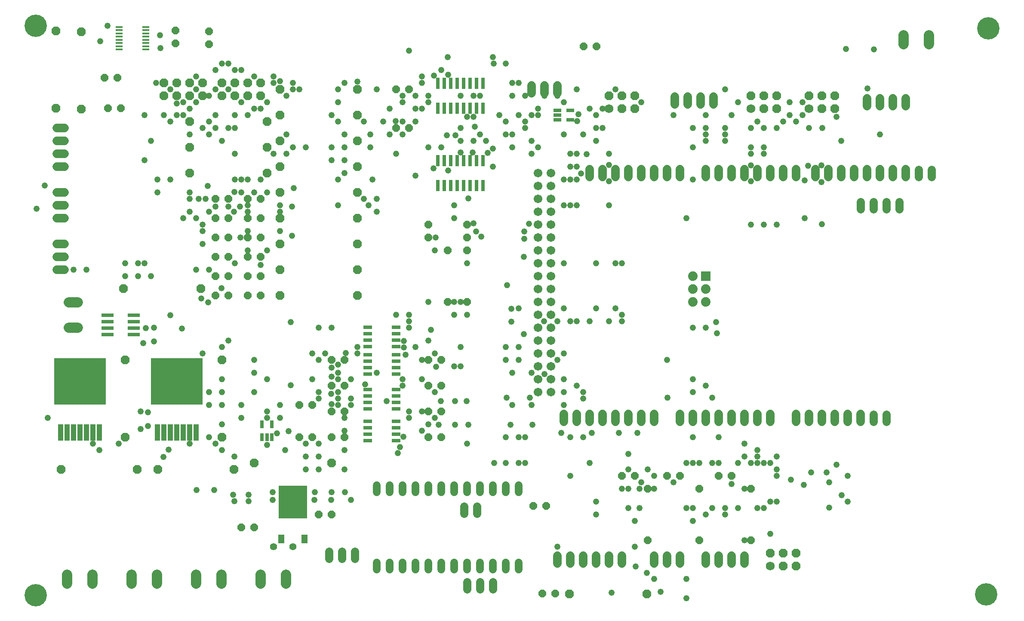
<source format=gbr>
G04 EAGLE Gerber RS-274X export*
G75*
%MOMM*%
%FSLAX34Y34*%
%LPD*%
%INSoldermask Top*%
%IPPOS*%
%AMOC8*
5,1,8,0,0,1.08239X$1,22.5*%
G01*
%ADD10C,4.403200*%
%ADD11C,1.711200*%
%ADD12C,1.711200*%
%ADD13C,1.625600*%
%ADD14C,1.879600*%
%ADD15R,1.879600X1.879600*%
%ADD16C,1.727200*%
%ADD17P,1.869504X8X22.500000*%
%ADD18C,1.727200*%
%ADD19C,1.993900*%
%ADD20P,1.649562X8X22.500000*%
%ADD21P,1.649562X8X292.500000*%
%ADD22R,0.711200X2.184400*%
%ADD23R,1.003200X3.203200*%
%ADD24R,10.203200X9.203200*%
%ADD25P,1.869504X8X202.500000*%
%ADD26R,1.524000X0.762000*%
%ADD27P,1.869504X8X112.500000*%
%ADD28R,0.762000X1.524000*%
%ADD29P,1.649562X8X202.500000*%
%ADD30P,1.649562X8X112.500000*%
%ADD31R,1.727200X0.711200*%
%ADD32R,5.603200X6.403200*%
%ADD33R,1.203200X1.803200*%
%ADD34C,1.524000*%
%ADD35R,1.346200X0.431800*%
%ADD36R,1.168400X0.330200*%
%ADD37P,1.869504X8X292.500000*%
%ADD38R,2.403200X0.803200*%
%ADD39C,1.209600*%
%ADD40C,1.409600*%


D10*
X78000Y-57000D03*
X78000Y1065000D03*
X1954000Y1060000D03*
X1949000Y-56000D03*
D11*
X1701800Y284560D02*
X1701800Y299640D01*
X1676400Y299640D02*
X1676400Y284560D01*
X1651000Y284560D02*
X1651000Y299640D01*
X1625600Y299640D02*
X1625600Y284560D01*
X1600200Y284560D02*
X1600200Y299640D01*
X1574800Y299640D02*
X1574800Y284560D01*
X1574800Y767160D02*
X1574800Y782240D01*
X1549400Y782240D02*
X1549400Y767160D01*
X1524000Y767160D02*
X1524000Y782240D01*
X1498600Y782240D02*
X1498600Y767160D01*
X1473200Y767160D02*
X1473200Y782240D01*
X1447800Y782240D02*
X1447800Y767160D01*
X1422400Y767160D02*
X1422400Y782240D01*
X1397000Y782240D02*
X1397000Y767160D01*
X1346200Y767160D02*
X1346200Y782240D01*
X1320800Y782240D02*
X1320800Y767160D01*
X1270000Y767160D02*
X1270000Y782240D01*
X1244600Y782240D02*
X1244600Y767160D01*
X1219200Y767160D02*
X1219200Y782240D01*
X1193800Y782240D02*
X1193800Y767160D01*
X1168400Y767160D02*
X1168400Y782240D01*
X1790700Y782240D02*
X1790700Y767160D01*
X1765300Y767160D02*
X1765300Y782240D01*
X1739900Y782240D02*
X1739900Y767160D01*
X1714500Y767160D02*
X1714500Y782240D01*
X1689100Y782240D02*
X1689100Y767160D01*
X1663700Y767160D02*
X1663700Y782240D01*
X1638300Y782240D02*
X1638300Y767160D01*
X1612900Y767160D02*
X1612900Y782240D01*
D12*
X1066800Y342900D03*
X1092200Y342900D03*
X1092200Y368300D03*
X1066800Y368300D03*
X1066800Y393700D03*
X1092200Y393700D03*
X1092200Y419100D03*
X1066800Y419100D03*
X1066800Y444500D03*
X1092200Y444500D03*
X1066800Y469900D03*
X1092200Y469900D03*
X1092200Y495300D03*
X1066800Y495300D03*
X1066800Y520700D03*
X1092200Y520700D03*
X1092200Y546100D03*
X1066800Y546100D03*
X1092200Y571500D03*
X1066800Y571500D03*
X1066800Y596900D03*
X1092200Y596900D03*
X1092200Y622300D03*
X1066800Y622300D03*
X1066800Y647700D03*
X1092200Y647700D03*
X1066800Y673100D03*
X1092200Y673100D03*
X1092200Y698500D03*
X1066800Y698500D03*
X1066800Y723900D03*
X1092200Y723900D03*
X1092200Y749300D03*
X1066800Y749300D03*
X1092200Y774700D03*
X1066800Y774700D03*
D11*
X1295400Y767160D02*
X1295400Y782240D01*
X1295400Y299640D02*
X1295400Y284560D01*
X1270000Y284560D02*
X1270000Y299640D01*
X1219200Y299640D02*
X1219200Y284560D01*
X1193800Y284560D02*
X1193800Y299640D01*
X1168400Y299640D02*
X1168400Y284560D01*
X1143000Y284560D02*
X1143000Y299640D01*
X1117600Y299640D02*
X1117600Y284560D01*
X1244600Y284560D02*
X1244600Y299640D01*
X1524000Y299640D02*
X1524000Y284560D01*
X1498600Y284560D02*
X1498600Y299640D01*
X1447800Y299640D02*
X1447800Y284560D01*
X1422400Y284560D02*
X1422400Y299640D01*
X1397000Y299640D02*
X1397000Y284560D01*
X1371600Y284560D02*
X1371600Y299640D01*
X1346200Y299640D02*
X1346200Y284560D01*
X1473200Y284560D02*
X1473200Y299640D01*
D13*
X1701800Y704088D02*
X1701800Y718312D01*
X1727200Y718312D02*
X1727200Y704088D01*
X1752600Y704088D02*
X1752600Y718312D01*
X1778000Y718312D02*
X1778000Y704088D01*
X1727200Y299212D02*
X1727200Y284988D01*
X1752600Y284988D02*
X1752600Y299212D01*
X1816100Y767588D02*
X1816100Y781812D01*
X1841500Y781812D02*
X1841500Y767588D01*
D14*
X1371600Y571500D03*
X1371600Y546100D03*
X1371600Y520700D03*
X1397000Y520700D03*
X1397000Y546100D03*
D15*
X1397000Y571500D03*
D11*
X1790700Y767160D02*
X1790700Y782240D01*
D16*
X1600200Y901700D03*
D17*
X1625600Y901700D03*
X1651000Y901700D03*
X1600200Y927100D03*
X1625600Y927100D03*
X1651000Y927100D03*
D16*
X1485900Y901700D03*
D17*
X1511300Y901700D03*
X1536700Y901700D03*
X1485900Y927100D03*
X1511300Y927100D03*
X1536700Y927100D03*
D18*
X134620Y584200D02*
X119380Y584200D01*
X119380Y609600D02*
X134620Y609600D01*
X134620Y635000D02*
X119380Y635000D01*
X119380Y685800D02*
X134620Y685800D01*
X134620Y711200D02*
X119380Y711200D01*
X119380Y736600D02*
X134620Y736600D01*
D19*
X394100Y-16447D02*
X394100Y-34354D01*
X444100Y-34354D02*
X444100Y-16447D01*
X521100Y-16447D02*
X521100Y-34354D01*
X571100Y-34354D02*
X571100Y-16447D01*
D20*
X1231900Y177800D03*
X1257300Y177800D03*
X1320800Y177800D03*
X1346200Y177800D03*
X1422400Y177800D03*
X1447800Y177800D03*
D21*
X1282700Y152400D03*
X1282700Y50800D03*
X1384300Y152400D03*
X1384300Y50800D03*
X1485900Y152400D03*
X1485900Y50800D03*
D17*
X444500Y927100D03*
X469900Y927100D03*
X495300Y927100D03*
X520700Y927100D03*
X444500Y952500D03*
X469900Y952500D03*
X495300Y952500D03*
X520700Y952500D03*
X330200Y927100D03*
X355600Y927100D03*
X381000Y927100D03*
X406400Y927100D03*
X330200Y952500D03*
X355600Y952500D03*
X381000Y952500D03*
X406400Y952500D03*
D19*
X161354Y520300D02*
X143447Y520300D01*
X143447Y470300D02*
X161354Y470300D01*
D18*
X1295400Y20320D02*
X1295400Y5080D01*
X1320800Y5080D02*
X1320800Y20320D01*
X1346200Y20320D02*
X1346200Y5080D01*
D22*
X958850Y951738D03*
X946150Y951738D03*
X933450Y951738D03*
X920750Y951738D03*
X908050Y951738D03*
X895350Y951738D03*
X882650Y951738D03*
X869950Y951738D03*
X869950Y902462D03*
X882650Y902462D03*
X895350Y902462D03*
X908050Y902462D03*
X920750Y902462D03*
X933450Y902462D03*
X946150Y902462D03*
X958850Y902462D03*
X958850Y799338D03*
X946150Y799338D03*
X933450Y799338D03*
X920750Y799338D03*
X908050Y799338D03*
X895350Y799338D03*
X882650Y799338D03*
X869950Y799338D03*
X869950Y750062D03*
X882650Y750062D03*
X895350Y750062D03*
X908050Y750062D03*
X920750Y750062D03*
X933450Y750062D03*
X946150Y750062D03*
X958850Y750062D03*
D23*
X317500Y263525D03*
X330200Y263525D03*
X342900Y263525D03*
X355600Y263525D03*
X368300Y263525D03*
X381000Y263525D03*
X393700Y263525D03*
D24*
X355600Y364550D03*
D23*
X127000Y263525D03*
X139700Y263525D03*
X152400Y263525D03*
X165100Y263525D03*
X177800Y263525D03*
X190500Y263525D03*
X203200Y263525D03*
D24*
X165100Y364550D03*
D17*
X558800Y736600D03*
X711200Y736600D03*
X558800Y787400D03*
X711200Y787400D03*
X558800Y685800D03*
X711200Y685800D03*
X558800Y838200D03*
X711200Y838200D03*
X558800Y889000D03*
X711200Y889000D03*
X558800Y939800D03*
X711200Y939800D03*
D25*
X711200Y635000D03*
X558800Y635000D03*
X711200Y584200D03*
X558800Y584200D03*
X533400Y774700D03*
X381000Y774700D03*
X711200Y533400D03*
X558800Y533400D03*
X533400Y876300D03*
X381000Y876300D03*
X533400Y825500D03*
X381000Y825500D03*
D20*
X495300Y723900D03*
X520700Y723900D03*
X431800Y723900D03*
X457200Y723900D03*
X495300Y685800D03*
X520700Y685800D03*
X431800Y685800D03*
X457200Y685800D03*
X495300Y647700D03*
X520700Y647700D03*
X431800Y647700D03*
X457200Y647700D03*
X495300Y609600D03*
X520700Y609600D03*
X431800Y609600D03*
X457200Y609600D03*
X431800Y571500D03*
X457200Y571500D03*
X495300Y571500D03*
X520700Y571500D03*
X431800Y533400D03*
X457200Y533400D03*
X495300Y533400D03*
X520700Y533400D03*
D16*
X1206500Y901700D03*
D17*
X1231900Y901700D03*
X1257300Y901700D03*
X1206500Y927100D03*
X1231900Y927100D03*
X1257300Y927100D03*
D26*
X1104900Y898398D03*
X1104900Y889000D03*
X1104900Y879602D03*
X1130300Y879602D03*
X1130300Y898398D03*
D18*
X1054100Y932180D02*
X1054100Y947420D01*
X1079500Y947420D02*
X1079500Y932180D01*
X1104900Y932180D02*
X1104900Y947420D01*
D27*
X444500Y254000D03*
X444500Y406400D03*
X254000Y254000D03*
X254000Y406400D03*
D28*
X524002Y254000D03*
X533400Y254000D03*
X542798Y254000D03*
X542798Y279400D03*
X524002Y279400D03*
D20*
X596900Y254000D03*
X622300Y254000D03*
D29*
X685800Y355600D03*
X660400Y355600D03*
D20*
X850900Y406400D03*
X876300Y406400D03*
X850900Y355600D03*
X876300Y355600D03*
D29*
X685800Y406400D03*
X660400Y406400D03*
D20*
X596900Y317500D03*
X622300Y317500D03*
D18*
X134620Y787400D02*
X119380Y787400D01*
X119380Y812800D02*
X134620Y812800D01*
X134620Y838200D02*
X119380Y838200D01*
X119380Y863600D02*
X134620Y863600D01*
D17*
X508000Y203200D03*
X660400Y203200D03*
D16*
X1524000Y0D03*
D17*
X1549400Y0D03*
X1574800Y0D03*
X1524000Y25400D03*
X1549400Y25400D03*
X1574800Y25400D03*
D19*
X267100Y-16447D02*
X267100Y-34354D01*
X317100Y-34354D02*
X317100Y-16447D01*
X140100Y-16447D02*
X140100Y-34354D01*
X190100Y-34354D02*
X190100Y-16447D01*
D18*
X1104900Y5080D02*
X1104900Y20320D01*
X1130300Y20320D02*
X1130300Y5080D01*
X1155700Y5080D02*
X1155700Y20320D01*
X1181100Y20320D02*
X1181100Y5080D01*
X1206500Y5080D02*
X1206500Y20320D01*
X1231900Y20320D02*
X1231900Y5080D01*
D30*
X850900Y647700D03*
X850900Y673100D03*
X889000Y520700D03*
X889000Y622300D03*
X927100Y647700D03*
X927100Y673100D03*
X927100Y520700D03*
X927100Y622300D03*
D20*
X787400Y863600D03*
X812800Y863600D03*
X787400Y939800D03*
X812800Y939800D03*
D18*
X1714500Y922020D02*
X1714500Y906780D01*
X1739900Y906780D02*
X1739900Y922020D01*
X1765300Y922020D02*
X1765300Y906780D01*
X1790700Y906780D02*
X1790700Y922020D01*
X1397000Y20320D02*
X1397000Y5080D01*
X1422400Y5080D02*
X1422400Y20320D01*
X1447800Y20320D02*
X1447800Y5080D01*
X1473200Y5080D02*
X1473200Y20320D01*
D25*
X468630Y190500D03*
X318770Y190500D03*
X278130Y190500D03*
X128270Y190500D03*
D18*
X1412240Y910590D02*
X1412240Y925830D01*
X1386840Y925830D02*
X1386840Y910590D01*
X1361440Y910590D02*
X1361440Y925830D01*
X1336040Y925830D02*
X1336040Y910590D01*
D20*
X850900Y254000D03*
X876300Y254000D03*
X850900Y304800D03*
X876300Y304800D03*
D29*
X685800Y304800D03*
X660400Y304800D03*
X685800Y254000D03*
X660400Y254000D03*
D31*
X787400Y309880D03*
X787400Y322580D03*
X787400Y335280D03*
X787400Y347980D03*
X731520Y309880D03*
X731520Y322580D03*
X731520Y335280D03*
X731520Y347980D03*
X787400Y433070D03*
X787400Y445770D03*
X787400Y458470D03*
X787400Y471170D03*
X731520Y433070D03*
X731520Y445770D03*
X731520Y458470D03*
X731520Y471170D03*
X787400Y378460D03*
X787400Y391160D03*
X787400Y403860D03*
X787400Y416560D03*
X731520Y378460D03*
X731520Y391160D03*
X731520Y403860D03*
X731520Y416560D03*
X787400Y247650D03*
X787400Y260350D03*
X787400Y273050D03*
X787400Y285750D03*
X731520Y247650D03*
X731520Y260350D03*
X731520Y273050D03*
X731520Y285750D03*
D32*
X584200Y126600D03*
D33*
X561400Y53600D03*
X607000Y53600D03*
D13*
X977900Y-30988D02*
X977900Y-45212D01*
X952500Y-45212D02*
X952500Y-30988D01*
X927100Y-30988D02*
X927100Y-45212D01*
X706500Y14788D02*
X706500Y29012D01*
X681100Y29012D02*
X681100Y14788D01*
X655700Y14788D02*
X655700Y29012D01*
D20*
X482600Y76200D03*
X508000Y76200D03*
D13*
X946900Y103688D02*
X946900Y117912D01*
X921500Y117912D02*
X921500Y103688D01*
D29*
X660400Y101600D03*
X635000Y101600D03*
D34*
X749300Y6604D02*
X749300Y-6604D01*
X774700Y-6604D02*
X774700Y6604D01*
X800100Y6604D02*
X800100Y-6604D01*
X825500Y-6604D02*
X825500Y6604D01*
X850900Y6604D02*
X850900Y-6604D01*
X876300Y-6604D02*
X876300Y6604D01*
X901700Y6604D02*
X901700Y-6604D01*
X927100Y-6604D02*
X927100Y6604D01*
X952500Y6604D02*
X952500Y-6604D01*
X977900Y-6604D02*
X977900Y6604D01*
X1003300Y6604D02*
X1003300Y-6604D01*
X1028700Y-6604D02*
X1028700Y6604D01*
X1028700Y145796D02*
X1028700Y159004D01*
X1003300Y159004D02*
X1003300Y145796D01*
X977900Y145796D02*
X977900Y159004D01*
X952500Y159004D02*
X952500Y145796D01*
X927100Y145796D02*
X927100Y159004D01*
X901700Y159004D02*
X901700Y145796D01*
X876300Y145796D02*
X876300Y159004D01*
X850900Y159004D02*
X850900Y145796D01*
X825500Y145796D02*
X825500Y159004D01*
X800100Y159004D02*
X800100Y145796D01*
X774700Y145796D02*
X774700Y159004D01*
X749300Y159004D02*
X749300Y145796D01*
D35*
X294935Y1018475D03*
D36*
X294808Y1018475D03*
D35*
X294935Y1024825D03*
D36*
X294808Y1024825D03*
D35*
X294935Y1031175D03*
D36*
X294808Y1031175D03*
D35*
X294935Y1037525D03*
D36*
X294808Y1037525D03*
D35*
X294935Y1043875D03*
D36*
X294808Y1043875D03*
D35*
X294935Y1050225D03*
D36*
X294808Y1050225D03*
D35*
X294935Y1056575D03*
D36*
X294808Y1056575D03*
D35*
X294935Y1062925D03*
D36*
X294808Y1062925D03*
D35*
X242865Y1062925D03*
D36*
X242992Y1062925D03*
D35*
X242865Y1056575D03*
D36*
X242992Y1056575D03*
D35*
X242865Y1050225D03*
D36*
X242992Y1050225D03*
D35*
X242865Y1043875D03*
D36*
X242992Y1043875D03*
D35*
X242865Y1037525D03*
D36*
X242992Y1037525D03*
D35*
X242865Y1031175D03*
D36*
X242992Y1031175D03*
D35*
X242865Y1024825D03*
D36*
X242992Y1024825D03*
D35*
X242865Y1018475D03*
D36*
X242992Y1018475D03*
D30*
X353600Y1030300D03*
X353600Y1055700D03*
X419300Y1029200D03*
X419300Y1054600D03*
D20*
X213800Y963000D03*
X239200Y963000D03*
X220100Y903000D03*
X245500Y903000D03*
D27*
X118000Y902500D03*
X118000Y1054900D03*
D37*
X167700Y1053300D03*
X167700Y900900D03*
D38*
X219500Y481650D03*
X271500Y481650D03*
X219500Y494350D03*
X219500Y468950D03*
X219500Y456250D03*
X271500Y494350D03*
X271500Y468950D03*
X271500Y456250D03*
D29*
X1083500Y118500D03*
X1058100Y118500D03*
D17*
X251200Y547000D03*
X403600Y547000D03*
D19*
X1837000Y1028747D02*
X1837000Y1046654D01*
X1787000Y1046654D02*
X1787000Y1028747D01*
D25*
X1281200Y-55000D03*
X1128800Y-55000D03*
D29*
X1100700Y-54000D03*
X1075300Y-54000D03*
D20*
X1157300Y1025000D03*
X1182700Y1025000D03*
D39*
X1536700Y673100D03*
X1536700Y863600D03*
X1587500Y889000D03*
X1562100Y889000D03*
X1511300Y863600D03*
X1511300Y825500D03*
X1511300Y812800D03*
X1511300Y673100D03*
X1587500Y914400D03*
X1562100Y914400D03*
X1485900Y863600D03*
X1485900Y825500D03*
X1485900Y812800D03*
X1485900Y790400D03*
X1485900Y759000D03*
X1485900Y673100D03*
X1549400Y876300D03*
X1498600Y876300D03*
X1574800Y876300D03*
X862600Y967200D03*
X838200Y952500D03*
X861600Y784400D03*
X800100Y850900D03*
X787400Y495300D03*
X812800Y495300D03*
X863600Y622300D03*
X865600Y647700D03*
X806600Y416600D03*
X863600Y419100D03*
X800100Y355600D03*
X863600Y342900D03*
X812800Y292100D03*
X863600Y292100D03*
X1147000Y890500D03*
X1168400Y901700D03*
X1270000Y914400D03*
X1333500Y889000D03*
X1397000Y889000D03*
X1447800Y889000D03*
X1460500Y914400D03*
X342900Y939800D03*
X393700Y939800D03*
X940000Y886000D03*
X905000Y849000D03*
X888000Y849000D03*
X890000Y780000D03*
X940000Y676000D03*
X930000Y725000D03*
X366000Y468000D03*
X418000Y520000D03*
X1676400Y177800D03*
X1676400Y127000D03*
X1358900Y-63500D03*
X1358900Y-25400D03*
X1219400Y939800D03*
X1435100Y939800D03*
X901700Y711200D03*
X901700Y685800D03*
X850900Y520700D03*
X856400Y465900D03*
X825500Y431800D03*
X803100Y431300D03*
X838200Y406400D03*
X838200Y368300D03*
X850900Y279400D03*
X812800Y304800D03*
X838200Y304800D03*
X850900Y927100D03*
X952500Y927100D03*
X1028700Y952500D03*
X1143000Y939800D03*
X978400Y823000D03*
X1041400Y876300D03*
X1028700Y889000D03*
X1016000Y927100D03*
X800100Y368300D03*
X1257300Y38100D03*
X1104900Y38100D03*
X980600Y203200D03*
X927100Y241300D03*
X323000Y1047000D03*
X324000Y1021000D03*
X812800Y1016000D03*
X1728000Y1019000D03*
X1716000Y942000D03*
X343000Y495000D03*
X404000Y528000D03*
X586000Y745000D03*
X583000Y709000D03*
X583000Y651000D03*
X444000Y548000D03*
X795000Y235000D03*
X1117600Y342900D03*
X1155700Y342900D03*
X1219200Y508000D03*
X1219200Y596900D03*
X1358900Y685800D03*
X1371600Y762000D03*
X1371600Y825500D03*
X1371600Y863600D03*
X1397000Y863600D03*
X1435100Y863600D03*
X1231900Y495300D03*
X1231900Y596900D03*
X1592500Y685800D03*
X1592500Y760500D03*
X1598700Y789400D03*
X1600200Y863600D03*
X1231900Y152400D03*
X1257300Y88900D03*
X1371600Y88900D03*
X1333500Y165100D03*
X1447800Y161600D03*
X1473200Y50800D03*
X1295400Y177800D03*
X1295400Y152400D03*
X979900Y990600D03*
X964900Y838200D03*
X1371600Y342900D03*
X1320800Y406400D03*
X1231900Y482600D03*
X1206500Y482600D03*
X1168400Y482600D03*
X1143000Y482600D03*
X1130300Y482600D03*
X1104900Y482600D03*
X1079300Y482600D03*
X1028700Y508000D03*
X1244600Y221400D03*
X1244600Y190500D03*
X1244600Y152400D03*
X1244600Y114300D03*
X1259000Y-1000D03*
X1212000Y-52000D03*
X609600Y190500D03*
X609600Y215900D03*
X726400Y358100D03*
X673100Y342900D03*
X711200Y419100D03*
X688300Y420100D03*
X660400Y469900D03*
X647700Y419100D03*
X533400Y239300D03*
X569300Y229100D03*
X533400Y292100D03*
X558800Y292100D03*
X220000Y1065000D03*
X205000Y1035000D03*
X952500Y850900D03*
X942800Y866600D03*
X914400Y838200D03*
X914400Y815300D03*
X927100Y885500D03*
X914400Y863600D03*
X609600Y825500D03*
X584200Y825500D03*
X546100Y812800D03*
X469900Y812800D03*
X469900Y762000D03*
X431800Y939800D03*
X431800Y889000D03*
X469900Y889000D03*
X469900Y863600D03*
X469000Y738000D03*
X393700Y965200D03*
X315500Y952500D03*
X368300Y685800D03*
X393700Y685800D03*
X495300Y660400D03*
X558800Y660400D03*
X685800Y774700D03*
X685800Y800100D03*
X685800Y825500D03*
X685800Y850900D03*
X736600Y850900D03*
X736600Y825500D03*
X850900Y825500D03*
X876300Y825500D03*
X317500Y762000D03*
X342900Y762000D03*
X990600Y889000D03*
X1003300Y990600D03*
X939800Y838200D03*
X938300Y815800D03*
X945000Y660000D03*
X1040000Y660000D03*
X955000Y650000D03*
X1040000Y645000D03*
X1016000Y952500D03*
X977900Y1003300D03*
X546100Y952500D03*
X520700Y762000D03*
X533400Y736600D03*
X495300Y622300D03*
X533400Y622300D03*
X939800Y927100D03*
X914400Y927100D03*
X508000Y901700D03*
X495300Y889000D03*
X495300Y762000D03*
X508000Y736600D03*
X890000Y968700D03*
X889000Y1003300D03*
X481100Y647700D03*
X480600Y709200D03*
X457200Y709200D03*
X432300Y708700D03*
X412600Y724400D03*
X417100Y749800D03*
X304800Y838200D03*
X876300Y977900D03*
X838200Y965200D03*
X546100Y965200D03*
X508000Y965200D03*
X342900Y876300D03*
X419100Y850900D03*
X482600Y914400D03*
X457200Y939800D03*
X457200Y863600D03*
X398900Y723900D03*
X406400Y673100D03*
X406400Y660400D03*
X406400Y635000D03*
X482600Y977900D03*
X571500Y927100D03*
X800100Y914400D03*
X825500Y901700D03*
X838200Y901700D03*
X850900Y914400D03*
X520700Y593900D03*
X469900Y596900D03*
X393700Y914400D03*
X381000Y901700D03*
X292100Y800100D03*
X685800Y952500D03*
X800100Y927100D03*
X825500Y927100D03*
X584200Y939800D03*
X533400Y914400D03*
X520700Y901700D03*
X444500Y838200D03*
X431800Y863600D03*
X406400Y863600D03*
X381000Y850900D03*
X330200Y889000D03*
X381000Y736600D03*
X317500Y736600D03*
X393700Y584200D03*
X419100Y584200D03*
X292100Y889000D03*
X482600Y736600D03*
X482600Y762000D03*
X419100Y876300D03*
X419100Y927100D03*
X825500Y769700D03*
X740900Y762000D03*
X673100Y762000D03*
X558800Y711200D03*
X495300Y711200D03*
X968000Y815000D03*
X825500Y876300D03*
X800100Y876300D03*
X786900Y877300D03*
X762000Y876300D03*
X723900Y876300D03*
X673100Y876300D03*
X571500Y850900D03*
X571500Y812800D03*
X431800Y977900D03*
X444500Y990600D03*
X368300Y914400D03*
X368300Y889000D03*
X381000Y723900D03*
X381000Y698500D03*
X457200Y990600D03*
X711200Y955500D03*
X749300Y939800D03*
X774700Y901700D03*
X774700Y850900D03*
X787400Y812800D03*
X355600Y912400D03*
X355600Y889000D03*
X419300Y698500D03*
X468200Y698500D03*
X558800Y698500D03*
X495300Y698500D03*
X673100Y711200D03*
X733900Y711200D03*
X1143000Y787400D03*
X1143000Y812800D03*
X1193800Y863600D03*
X1193800Y901700D03*
X1130300Y762000D03*
X1130300Y711200D03*
X1016000Y825500D03*
X1054100Y838200D03*
X1117600Y850900D03*
X1155700Y850900D03*
X1181100Y863600D03*
X1181100Y889000D03*
X1371600Y368300D03*
X1397000Y355600D03*
X1409700Y203200D03*
X1409700Y114300D03*
X1371600Y254000D03*
X1422400Y254000D03*
X1422400Y203200D03*
X1435100Y114300D03*
X1358900Y203200D03*
X1358900Y114300D03*
X1282700Y190500D03*
X1270000Y165100D03*
X1267000Y152400D03*
X1267000Y114300D03*
X1016000Y850900D03*
X1041400Y863600D03*
X1117600Y914400D03*
X1104900Y927100D03*
X1117600Y508000D03*
X1117600Y596900D03*
X1143000Y711200D03*
X1143000Y762000D03*
X1151700Y774400D03*
X1163200Y811800D03*
X1181100Y838200D03*
X1144000Y877300D03*
X1003300Y850900D03*
X1003300Y876300D03*
X1066800Y901700D03*
X1079500Y927100D03*
X977900Y787400D03*
X1054100Y812800D03*
X1066800Y825500D03*
X1066800Y889000D03*
X1054100Y889000D03*
X1041400Y927100D03*
X190500Y241300D03*
X241300Y241300D03*
X381000Y241300D03*
X431800Y241300D03*
X279400Y596900D03*
X279400Y571500D03*
X444500Y368300D03*
X533400Y368300D03*
X622300Y368300D03*
X660400Y373300D03*
X673100Y368300D03*
X698500Y368300D03*
X698500Y330200D03*
X673100Y330200D03*
X659900Y339900D03*
X635000Y342900D03*
X508000Y406400D03*
X457200Y444500D03*
X177800Y584200D03*
X152400Y584200D03*
X96000Y750000D03*
X80000Y705000D03*
X838200Y266700D03*
X1605000Y185000D03*
X1635000Y185000D03*
X802000Y255000D03*
X553100Y261700D03*
X576000Y266200D03*
X609600Y241300D03*
X635000Y241300D03*
X635000Y215900D03*
X635000Y190500D03*
X635000Y406400D03*
X635000Y469900D03*
X508000Y381000D03*
X444500Y431800D03*
X304800Y571500D03*
X292100Y596900D03*
X254000Y596900D03*
X254000Y571500D03*
X406400Y419100D03*
X419100Y342900D03*
X444500Y342900D03*
X508000Y342900D03*
X1565000Y170000D03*
X1640000Y165000D03*
X1536700Y215900D03*
X1536700Y190500D03*
X1536700Y177800D03*
X1536700Y127000D03*
X1524000Y203200D03*
X1524000Y127000D03*
X1473200Y241300D03*
X1498600Y228600D03*
X1511300Y203200D03*
X1511300Y114300D03*
X1524000Y63500D03*
X1371600Y203200D03*
X1371600Y114300D03*
X1397000Y101600D03*
X1435100Y101600D03*
X1473200Y215900D03*
X1498600Y215900D03*
X1498600Y203200D03*
X1498600Y114300D03*
X1460500Y203200D03*
X1460500Y114300D03*
X1028700Y431800D03*
X1028700Y406400D03*
X1028700Y254000D03*
X1028700Y203200D03*
X1130300Y254000D03*
X1130300Y177800D03*
X1041400Y254000D03*
X1041400Y203200D03*
X1117600Y368300D03*
X1143000Y355600D03*
X1155700Y254000D03*
X1168400Y203200D03*
X1181100Y127000D03*
X1181100Y101600D03*
X1054100Y381000D03*
X1016000Y381000D03*
X1003300Y406400D03*
X1003300Y431800D03*
X901700Y495300D03*
X901700Y520700D03*
X1371600Y469900D03*
X1397000Y469900D03*
X1485900Y203200D03*
X1473200Y152400D03*
X1384300Y203200D03*
X1397000Y838200D03*
X1435100Y838200D03*
X1663700Y838200D03*
X1739900Y850900D03*
X1397000Y850900D03*
X1435100Y850900D03*
X1155700Y330200D03*
X1117600Y317500D03*
X1054100Y317500D03*
X1016000Y317500D03*
X901700Y393700D03*
X866800Y393200D03*
X927100Y596900D03*
X812800Y469900D03*
X803100Y444000D03*
X1039600Y609600D03*
X1117600Y711200D03*
X1117600Y762000D03*
X1130300Y787400D03*
X1130300Y812800D03*
X927100Y495300D03*
X914400Y520700D03*
X203200Y228600D03*
X419100Y254000D03*
X444500Y279400D03*
X482600Y292100D03*
X673100Y381000D03*
X749300Y381000D03*
X622300Y419100D03*
X660400Y391700D03*
X101600Y292100D03*
X419100Y317500D03*
X444500Y317500D03*
X482600Y317500D03*
X444500Y228600D03*
X340000Y230000D03*
X1590000Y160000D03*
X1640000Y115000D03*
X1104900Y406400D03*
X1117600Y419100D03*
X1181100Y508000D03*
X1181100Y596900D03*
X1206500Y711200D03*
X1206500Y759000D03*
X1206500Y790900D03*
X1206500Y812800D03*
X1308100Y-50800D03*
X1295400Y-25400D03*
X812800Y482600D03*
X850900Y444500D03*
X914400Y431800D03*
X914400Y393700D03*
X1003300Y254000D03*
X1003300Y203200D03*
X469900Y977900D03*
X558800Y956000D03*
X584200Y952500D03*
X596900Y939800D03*
X673100Y939800D03*
X673100Y914400D03*
X660400Y889000D03*
X660400Y825500D03*
X660400Y800100D03*
X723900Y723900D03*
X749300Y723900D03*
X749300Y698500D03*
X1665000Y140000D03*
X1655000Y200000D03*
D40*
X584200Y38100D03*
X546100Y38100D03*
D39*
X685800Y228600D03*
X685800Y190500D03*
X711200Y431800D03*
X673100Y396900D03*
X685800Y266700D03*
X685800Y292100D03*
X533400Y304800D03*
X558800Y317500D03*
X635000Y330200D03*
X660400Y319000D03*
X673100Y317500D03*
X698500Y317500D03*
X580000Y481000D03*
X580000Y357000D03*
X1673000Y1020000D03*
X1655000Y886000D03*
X1627000Y864000D03*
X1625000Y790000D03*
X1625000Y757000D03*
X1626000Y674000D03*
X1418000Y481000D03*
X1419000Y459000D03*
X1410000Y332000D03*
X1322000Y332000D03*
X469000Y128000D03*
X497000Y128000D03*
X545000Y131000D03*
X627000Y131000D03*
X660000Y131000D03*
X699000Y131000D03*
X791000Y223000D03*
X872000Y279000D03*
X904000Y279000D03*
X930000Y279000D03*
X1013000Y279000D03*
X1056000Y279000D03*
X1113000Y263000D03*
X1173000Y263000D03*
X1226000Y263000D03*
X1263000Y263000D03*
X311000Y470000D03*
X311000Y443000D03*
X299000Y303000D03*
X299000Y276000D03*
X467000Y141000D03*
X497000Y141000D03*
X545000Y146000D03*
X628000Y146000D03*
X661000Y146000D03*
X687000Y146000D03*
X769000Y325000D03*
X876000Y325000D03*
X904000Y325000D03*
X927000Y325000D03*
X1005000Y332000D03*
X1051000Y332000D03*
X1080000Y379000D03*
X1039000Y457000D03*
X1015000Y482000D03*
X1015000Y507000D03*
X1006000Y554000D03*
X1049000Y675000D03*
X295000Y469000D03*
X290000Y440000D03*
X285000Y305000D03*
X285000Y270000D03*
X395000Y150000D03*
X430000Y150000D03*
X1281000Y-13000D03*
X469100Y216000D03*
X330000Y215000D03*
M02*

</source>
